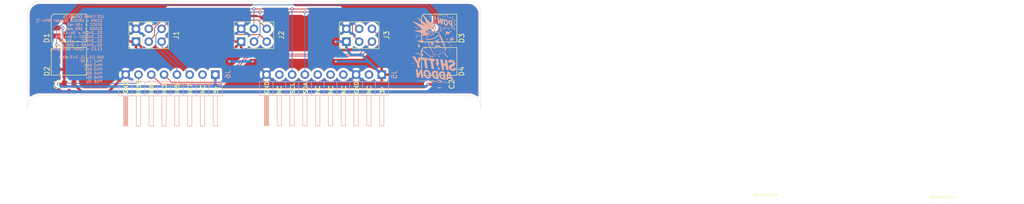
<source format=kicad_pcb>
(kicad_pcb (version 20241229) (generator "pcbnew") (generator_version "9.0")
  (layers (0 "F.Cu" signal) (2 "B.Cu" signal) (13 "F.Paste" user) (15 "B.Paste" user) (5 "F.SilkS" user "F.Silkscreen") (7 "B.SilkS" user "B.Silkscreen") (1 "F.Mask" user) (3 "B.Mask" user) (25 "Edge.Cuts" user))
  (net 0 "")
  (net 1 "+3.3V")
  (net 2 "GND")
  (net 3 "+5V")
  (net 4 "I2C2.SCL")
  (net 5 "I2C2.SDA")
  (net 15 "GPIO7")
  (net 16 "GPIO5")
  (net 17 "GPIO3")
  (net 18 "GPIO8")
  (net 24 "GPIO10")
  (net 26 "Net-(D1-DOUT)")
  (net 27 "Net-(D2-DOUT)")
  (net 28 "Net-(D3-DOUT)")
  (footprint "Connector_PinHeader_2.54mm:PinHeader_2x03_P2.54mm_Vertical" (layer "F.Cu") (at 103.31 144.455 90)
    (property "Reference" "J3" (at 1.275 7.98 90) (layer "F.SilkS"))
    (property "Value" "Conn_02x03")
    (pad "1" thru_hole rect (at 0 0 90) (size 1.7 1.7) (drill 1) (layers "*.Cu" "*.Mask") (net 1 "+3.3V"))
    (pad "2" thru_hole circle (at 2.54 0 90) (size 1.7 1.7) (drill 1) (layers "*.Cu" "*.Mask") (net 2 "GND"))
    (pad "3" thru_hole circle (at 0 2.54 90) (size 1.7 1.7) (drill 1) (layers "*.Cu" "*.Mask") (net 5 "I2C2.SDA"))
    (pad "4" thru_hole circle (at 2.54 2.54 90) (size 1.7 1.7) (drill 1) (layers "*.Cu" "*.Mask") (net 4 "I2C2.SCL"))
    (pad "5" thru_hole circle (at 0 5.08 90) (size 1.7 1.7) (drill 1) (layers "*.Cu" "*.Mask") (net 17 "GPIO3"))
    (pad "6" thru_hole circle (at 2.54 5.08 90) (size 1.7 1.7) (drill 1) (layers "*.Cu" "*.Mask") (net 18 "GPIO8"))
  )
  (footprint "JDJ_LOGO_LIB:JDJ_SMALL_2023_LOGO" (layer "F.Cu") (at 183.02559 175.7287)
    (property "Reference" "REF**" (hide yes))
    (property "Value" "JDJ_SMALL_2023_LOGO")
  )
  (footprint "Capacitor_SMD:C_0805_2012Metric" (layer "F.Cu") (at 48.32 152.88)
    (property "Reference" "C1" (at -2.45 0.05 90) (layer "F.SilkS"))
    (property "Value" "100nF")
    (pad "1" smd roundrect (at -0.95 0) (size 1 1.45) (layers "F.Cu" "F.Mask" "F.Paste") (net 3 "+5V"))
    (pad "2" smd roundrect (at 0.95 0) (size 1 1.45) (layers "F.Cu" "F.Mask" "F.Paste") (net 2 "GND"))
  )
  (footprint "Connector_PinHeader_2.54mm:PinHeader_2x03_P2.54mm_Vertical" (layer "F.Cu") (at 61.57 144.455 90)
    (property "Reference" "J1" (at 1.275 7.98 90) (layer "F.SilkS"))
    (property "Value" "Conn_02x03")
    (pad "1" thru_hole rect (at 0 0 90) (size 1.7 1.7) (drill 1) (layers "*.Cu" "*.Mask") (net 1 "+3.3V"))
    (pad "2" thru_hole circle (at 2.54 0 90) (size 1.7 1.7) (drill 1) (layers "*.Cu" "*.Mask") (net 2 "GND"))
    (pad "3" thru_hole circle (at 0 2.54 90) (size 1.7 1.7) (drill 1) (layers "*.Cu" "*.Mask") (net 5 "I2C2.SDA"))
    (pad "4" thru_hole circle (at 2.54 2.54 90) (size 1.7 1.7) (drill 1) (layers "*.Cu" "*.Mask") (net 4 "I2C2.SCL"))
    (pad "5" thru_hole circle (at 0 5.08 90) (size 1.7 1.7) (drill 1) (layers "*.Cu" "*.Mask") (net 15 "GPIO7"))
    (pad "6" thru_hole circle (at 2.54 5.08 90) (size 1.7 1.7) (drill 1) (layers "*.Cu" "*.Mask") (net 16 "GPIO5"))
  )
  (footprint "JDJ_LOGO_LIB:JDJELECTRONICS_ICON" (layer "F.Cu") (at 41.34015 139.61095)
    (property "Reference" "REF**" (hide yes))
    (property "Value" "JDJELECTRONICS_ICON")
  )
  (footprint "JDJ_LOGO_LIB:JDJELECTRONICS_2023_INVERTED_LOGO" (layer "F.Cu") (at 218.51225 175.94505)
    (property "Reference" "REF**" (hide yes))
    (property "Value" "JDJELECTRONICS_2023_INVERTED_LOGO")
  )
  (footprint "Logo_shitty:Shitty_addon_logo" (layer "F.Cu") (at 120.85 145.89)
    (property "Reference" "G***" (hide yes))
    (property "Value" "LOGO" (hide yes))
  )
  (footprint "Capacitor_SMD:C_0805_2012Metric" (layer "F.Cu") (at 121.73 152.88)
    (property "Reference" "C2" (at 2.49 0.06 270) (layer "F.SilkS"))
    (property "Value" "100nF")
    (pad "1" smd roundrect (at -0.95 0) (size 1 1.45) (layers "F.Cu" "F.Mask" "F.Paste") (net 3 "+5V"))
    (pad "2" smd roundrect (at 0.95 0) (size 1 1.45) (layers "F.Cu" "F.Mask" "F.Paste") (net 2 "GND"))
  )
  (footprint "Connector_PinHeader_2.54mm:PinHeader_1x10_P2.54mm_Horizontal" (layer "F.Cu") (at 98.9 155.21 -90)
    (property "Reference" "J5" (at -4.18 -13.92 90) (layer "B.SilkS") (effects (justify mirror)))
    (property "Value" "Conn_01x10_Pin")
    (pad "1" thru_hole rect (at -4.21 -11.43 270) (size 1.7 1.7) (drill 1) (layers "*.Cu" "*.Mask") (net 1 "+3.3V"))
    (pad "2" thru_hole circle (at -4.21 -8.89 270) (size 1.7 1.7) (drill 1) (layers "*.Cu" "*.Mask"))
    (pad "3" thru_hole circle (at -4.21 -6.35 270) (size 1.7 1.7) (drill 1) (layers "*.Cu" "*.Mask") (net 2 "GND"))
    (pad "4" thru_hole circle (at -4.21 -3.81 270) (size 1.7 1.7) (drill 1) (layers "*.Cu" "*.Mask"))
    (pad "5" thru_hole circle (at -4.21 -1.27 270) (size 1.7 1.7) (drill 1) (layers "*.Cu" "*.Mask"))
    (pad "6" thru_hole circle (at -4.21 1.27 270) (size 1.7 1.7) (drill 1) (layers "*.Cu" "*.Mask"))
    (pad "7" thru_hole circle (at -4.21 3.81 270) (size 1.7 1.7) (drill 1) (layers "*.Cu" "*.Mask") (net 5 "I2C2.SDA"))
    (pad "8" thru_hole circle (at -4.21 6.35 270) (size 1.7 1.7) (drill 1) (layers "*.Cu" "*.Mask") (net 4 "I2C2.SCL"))
    (pad "9" thru_hole circle (at -4.21 8.89 270) (size 1.7 1.7) (drill 1) (layers "*.Cu" "*.Mask"))
    (pad "10" thru_hole circle (at -4.21 11.43 270) (size 1.7 1.7) (drill 1) (layers "*.Cu" "*.Mask") (net 2 "GND"))
  )
  (footprint "Connector_PinHeader_2.54mm:PinHeader_1x08_P2.54mm_Horizontal" (layer "F.Cu") (at 68.42 155.21 -90)
    (property "Reference" "J6" (at -4.24 -11.38 90) (layer "B.SilkS") (effects (justify mirror)))
    (property "Value" "Conn_01x08_Pin")
    (pad "1" thru_hole rect (at -4.21 -8.89 270) (size 1.7 1.7) (drill 1) (layers "*.Cu" "*.Mask") (net 3 "+5V"))
    (pad "2" thru_hole circle (at -4.21 -6.35 270) (size 1.7 1.7) (drill 1) (layers "*.Cu" "*.Mask"))
    (pad "3" thru_hole circle (at -4.21 -3.81 270) (size 1.7 1.7) (drill 1) (layers "*.Cu" "*.Mask") (net 15 "GPIO7"))
    (pad "4" thru_hole circle (at -4.21 -1.27 270) (size 1.7 1.7) (drill 1) (layers "*.Cu" "*.Mask") (net 16 "GPIO5"))
    (pad "5" thru_hole circle (at -4.21 1.27 270) (size 1.7 1.7) (drill 1) (layers "*.Cu" "*.Mask") (net 17 "GPIO3"))
    (pad "6" thru_hole circle (at -4.21 3.81 270) (size 1.7 1.7) (drill 1) (layers "*.Cu" "*.Mask") (net 18 "GPIO8"))
    (pad "7" thru_hole circle (at -4.21 6.35 270) (size 1.7 1.7) (drill 1) (layers "*.Cu" "*.Mask") (net 24 "GPIO10"))
    (pad "8" thru_hole circle (at -4.21 8.89 270) (size 1.7 1.7) (drill 1) (layers "*.Cu" "*.Mask") (net 2 "GND"))
  )
  (footprint "LED_SMD:LED_WS2812_PLCC6_5.0x5.0mm_P1.6mm" (layer "F.Cu") (at 48.27 141.74)
    (property "Reference" "D1" (at -4.41 2 90) (layer "F.SilkS"))
    (property "Value" "WS2812")
    (pad "1" smd rect (at -2.45 -1.6) (size 1.5 1) (layers "F.Cu" "F.Mask" "F.Paste") (net 26 "Net-(D1-DOUT)"))
    (pad "2" smd rect (at -2.45 0) (size 1.5 1) (layers "F.Cu" "F.Mask" "F.Paste") (net 24 "GPIO10"))
    (pad "3" smd rect (at -2.45 1.6) (size 1.5 1) (layers "F.Cu" "F.Mask" "F.Paste") (net 3 "+5V"))
    (pad "4" smd rect (at 2.45 1.6) (size 1.5 1) (layers "F.Cu" "F.Mask" "F.Paste"))
    (pad "5" smd rect (at 2.45 0) (size 1.5 1) (layers "F.Cu" "F.Mask" "F.Paste"))
    (pad "6" smd rect (at 2.45 -1.6) (size 1.5 1) (layers "F.Cu" "F.Mask" "F.Paste") (net 2 "GND"))
  )
  (footprint "LED_SMD:LED_WS2812_PLCC6_5.0x5.0mm_P1.6mm" (layer "F.Cu") (at 48.27 148.36)
    (property "Reference" "D2" (at -4.35 1.99 270) (layer "F.SilkS"))
    (property "Value" "WS2812")
    (pad "1" smd rect (at -2.45 -1.6) (size 1.5 1) (layers "F.Cu" "F.Mask" "F.Paste") (net 27 "Net-(D2-DOUT)"))
    (pad "2" smd rect (at -2.45 0) (size 1.5 1) (layers "F.Cu" "F.Mask" "F.Paste") (net 26 "Net-(D1-DOUT)"))
    (pad "3" smd rect (at -2.45 1.6) (size 1.5 1) (layers "F.Cu" "F.Mask" "F.Paste") (net 3 "+5V"))
    (pad "4" smd rect (at 2.45 1.6) (size 1.5 1) (layers "F.Cu" "F.Mask" "F.Paste"))
    (pad "5" smd rect (at 2.45 0) (size 1.5 1) (layers "F.Cu" "F.Mask" "F.Paste"))
    (pad "6" smd rect (at 2.45 -1.6) (size 1.5 1) (layers "F.Cu" "F.Mask" "F.Paste") (net 2 "GND"))
  )
  (footprint "LED_SMD:LED_WS2812_PLCC6_5.0x5.0mm_P1.6mm" (layer "F.Cu") (at 121.73 148.38)
    (property "Reference" "D4" (at 4.43 1.98 90) (layer "F.SilkS"))
    (property "Value" "WS2812")
    (pad "1" smd rect (at -2.45 -1.6) (size 1.5 1) (layers "F.Cu" "F.Mask" "F.Paste"))
    (pad "2" smd rect (at -2.45 0) (size 1.5 1) (layers "F.Cu" "F.Mask" "F.Paste") (net 28 "Net-(D3-DOUT)"))
    (pad "3" smd rect (at -2.45 1.6) (size 1.5 1) (layers "F.Cu" "F.Mask" "F.Paste") (net 3 "+5V"))
    (pad "4" smd rect (at 2.45 1.6) (size 1.5 1) (layers "F.Cu" "F.Mask" "F.Paste"))
    (pad "5" smd rect (at 2.45 0) (size 1.5 1) (layers "F.Cu" "F.Mask" "F.Paste"))
    (pad "6" smd rect (at 2.45 -1.6) (size 1.5 1) (layers "F.Cu" "F.Mask" "F.Paste") (net 2 "GND"))
  )
  (footprint "Connector_PinHeader_2.54mm:PinHeader_2x03_P2.54mm_Vertical" (layer "F.Cu") (at 82.44 144.455 90)
    (property "Reference" "J2" (at 1.275 7.98 90) (layer "F.SilkS"))
    (property "Value" "Conn_02x03")
    (pad "1" thru_hole rect (at 0 0 90) (size 1.7 1.7) (drill 1) (layers "*.Cu" "*.Mask") (net 1 "+3.3V"))
    (pad "2" thru_hole circle (at 2.54 0 90) (size 1.7 1.7) (drill 1) (layers "*.Cu" "*.Mask") (net 2 "GND"))
    (pad "3" thru_hole circle (at 0 2.54 90) (size 1.7 1.7) (drill 1) (layers "*.Cu" "*.Mask") (net 5 "I2C2.SDA"))
    (pad "4" thru_hole circle (at 2.54 2.54 90) (size 1.7 1.7) (drill 1) (layers "*.Cu" "*.Mask") (net 4 "I2C2.SCL"))
    (pad "5" thru_hole circle (at 0 5.08 90) (size 1.7 1.7) (drill 1) (layers "*.Cu" "*.Mask") (net 15 "GPIO7"))
    (pad "6" thru_hole circle (at 2.54 5.08 90) (size 1.7 1.7) (drill 1) (layers "*.Cu" "*.Mask") (net 16 "GPIO5"))
  )
  (footprint "LED_SMD:LED_WS2812_PLCC6_5.0x5.0mm_P1.6mm" (layer "F.Cu") (at 121.73 141.76)
    (property "Reference" "D3" (at 4.46 2.02 270) (layer "F.SilkS"))
    (property "Value" "WS2812")
    (pad "1" smd rect (at -2.45 -1.6) (size 1.5 1) (layers "F.Cu" "F.Mask" "F.Paste") (net 28 "Net-(D3-DOUT)"))
    (pad "2" smd rect (at -2.45 0) (size 1.5 1) (layers "F.Cu" "F.Mask" "F.Paste") (net 27 "Net-(D2-DOUT)"))
    (pad "3" smd rect (at -2.45 1.6) (size 1.5 1) (layers "F.Cu" "F.Mask" "F.Paste") (net 3 "+5V"))
    (pad "4" smd rect (at 2.45 1.6) (size 1.5 1) (layers "F.Cu" "F.Mask" "F.Paste"))
    (pad "5" smd rect (at 2.45 0) (size 1.5 1) (layers "F.Cu" "F.Mask" "F.Paste"))
    (pad "6" smd rect (at 2.45 -1.6) (size 1.5 1) (layers "F.Cu" "F.Mask" "F.Paste") (net 2 "GND"))
  )
  (gr_line (start 40 157.71) (end 40 138.98) (stroke (width 0.05)) (layer "Edge.Cuts"))
  (gr_arc (start 127.5 155.21) (mid 129.267767 155.942233) (end 130 157.71) (stroke (width 0.05)) (layer "Edge.Cuts"))
  (gr_arc (start 40 138.98) (mid 40.732365 137.213026) (end 42.499991 136.482234) (stroke (width 0.05)) (layer "Edge.Cuts"))
  (gr_line (start 42.5 155.21) (end 127.5 155.21) (stroke (width 0.05)) (layer "Edge.Cuts"))
  (gr_arc (start 127.493812 136.48) (mid 129.265955 137.214045) (end 130 138.986188) (stroke (width 0.05)) (layer "Edge.Cuts"))
  (gr_line (start 42.499991 136.482201) (end 127.4938 136.482201) (stroke (width 0.05)) (layer "Edge.Cuts"))
  (gr_arc (start 40 157.71) (mid 40.732233 155.942233) (end 42.5 155.21) (stroke (width 0.05)) (layer "Edge.Cuts"))
  (gr_line (start 129.999999 138.986188) (end 129.999999 157.71) (stroke (width 0.05)) (layer "Edge.Cuts"))
  (gr_text "JLCJLCJLCJLC" (at 42.16 151.78 90) (layer "F.Cu") (effects (font (size 1 1) (thickness 0.2) (bold yes)) (justify left bottom)))
  (gr_text "3v" (at 110.9 154.91 90) (layer "F.SilkS") (effects (font (size 0.8 0.8) (thickness 0.16) (bold yes)) (justify left bottom)))
  (gr_text "NC" (at 98.1 154.91 90) (layer "F.SilkS") (effects (font (size 0.8 0.8) (thickness 0.16) (bold yes)) (justify left bottom)))
  (gr_text "GND" (at 105.8 154.91 90) (layer "F.SilkS") (effects (font (size 0.8 0.8) (thickness 0.16) (bold yes)) (justify left bottom)))
  (gr_text "IO10" (at 62.58 154.94 90) (layer "F.SilkS") (effects (font (size 0.8 0.8) (thickness 0.16) (bold yes)) (justify left bottom)))
  (gr_text "5v" (at 77.9 154.81 90) (layer "F.SilkS") (effects (font (size 0.8 0.8) (thickness 0.16) (bold yes)) (justify left bottom)))
  (gr_text "IO7" (at 72.8 154.91 90) (layer "F.SilkS") (effects (font (size 0.8 0.8) (thickness 0.16) (bold yes)) (justify left bottom)))
  (gr_text "NC" (at 108.3 154.91 90) (layer "F.SilkS") (effects (font (size 0.8 0.8) (thickness 0.16) (bold yes)) (justify left bottom)))
  (gr_text "PS2/VGA P4 0725 R1" (at 183.95 175.04 0) (layer "F.SilkS") (effects (font (size 0.3 0.3) (thickness 0.06) (bold yes)) (justify left bottom)))
  (gr_text "SCL\n" (at 93.1 154.91 90) (layer "F.SilkS") (effects (font (size 0.8 0.8) (thickness 0.16) (bold yes)) (justify left bottom)))
  (gr_text "SDA" (at 95.7 154.91 90) (layer "F.SilkS") (effects (font (size 0.8 0.8) (thickness 0.16) (bold yes)) (justify left bottom)))
  (gr_text "NC" (at 75.3 154.81 90) (layer "F.SilkS") (effects (font (size 0.8 0.8) (thickness 0.16) (bold yes)) (justify left bottom)))
  (gr_text "PS2/VGA P4 0725 R1" (at 219.13 175.52 0) (layer "F.SilkS") (effects (font (size 0.3 0.3) (thickness 0.06) (bold yes)) (justify left bottom)))
  (gr_text "NC" (at 90.5 154.91 90) (layer "F.SilkS") (effects (font (size 0.8 0.8) (thickness 0.16) (bold yes)) (justify left bottom)))
  (gr_text "GND" (at 88 154.91 90) (layer "F.SilkS") (effects (font (size 0.8 0.8) (thickness 0.16) (bold yes)) (justify left bottom)))
  (gr_text "NC" (at 100.7 154.91 90) (layer "F.SilkS") (effects (font (size 0.8 0.8) (thickness 0.16) (bold yes)) (justify left bottom)))
  (gr_text "IO5" (at 70.2 154.91 90) (layer "F.SilkS") (effects (font (size 0.8 0.8) (thickness 0.16) (bold yes)) (justify left bottom)))
  (gr_text "IO8" (at 65.1 154.91 90) (layer "F.SilkS") (effects (font (size 0.8 0.8) (thickness 0.16) (bold yes)) (justify left bottom)))
  (gr_text "IO3" (at 67.7 154.91 90) (layer "F.SilkS") (effects (font (size 0.8 0.8) (thickness 0.16) (bold yes)) (justify left bottom)))
  (gr_text "NC" (at 103.3 154.91 90) (layer "F.SilkS") (effects (font (size 0.8 0.8) (thickness 0.16) (bold yes)) (justify left bottom)))
  (gr_text "GND" (at 60 154.91 90) (layer "F.SilkS") (effects (font (size 0.8 0.8) (thickness 0.16) (bold yes)) (justify left bottom)))
  (gr_text "LED CHAIN (WS2812):  \n D1 DIN ← GPIO10 (Header 8Pin-7 )  \n D1 VCC → +5 V rail  \n D1 GND → GND plane  \n D2…D4 DIN ← Dn-1 DOUT  \n D2…D4 DOUT → Dn+1 DIN  \n D2…D4 VCC → +5 V rail  \n D2…D4 GND → GND plane  \n C1, C2 = 100 nF decoupling\n\nSAO (J1…J3, 2×3 pin):  \n Pin 1 +3.3 V  \n Pin 2 GND  \n Pin 3 SCA  \n Pin 4 SDL   \n Pin 5 IOx  \n Pin 6 IOy  \n" (at 55.33 152.65 0) (layer "B.SilkS") (effects (font (size 0.5 0.5) (thickness 0.1) (bold yes)) (justify left bottom mirror)))
  (segment (start 80.11 146.785) (end 82.44 144.455) (width 0.5) (layer "F.Cu") (net 1))
  (segment (start 65.505 148.39) (end 61.57 144.455) (width 0.5) (layer "F.Cu") (net 1))
  (segment (start 80.11 148.39) (end 65.505 148.39) (width 0.5) (layer "F.Cu") (net 1))
  (segment (start 80.11 148.39) (end 80.11 146.785) (width 0.5) (layer "F.Cu") (net 1))
  (segment (start 84.74 148.43) (end 84.73 148.44) (width 0.2) (layer "F.Cu") (net 1))
  (segment (start 84.74 148.39) (end 101.24 148.39) (width 0.5) (layer "F.Cu") (net 1))
  (via (at 84.74 148.39) (size 0.6) (drill 0.3) (layers "F.Cu" "B.Cu") (net 1))
  (via (at 101.24 148.39) (size 0.6) (drill 0.3) (layers "F.Cu" "B.Cu") (net 1))
  (via (at 101.19 144.48) (size 0.6) (drill 0.3) (layers "F.Cu" "B.Cu") (net 1))
  (via (at 80.11 148.39) (size 0.6) (drill 0.3) (layers "F.Cu" "B.Cu") (net 1))
  (segment (start 110.33 151) (end 107.72 148.39) (width 0.5) (layer "B.Cu") (net 1))
  (segment (start 80.11 148.39) (end 84.74 148.39) (width 0.5) (layer "B.Cu") (net 1))
  (segment (start 101.215 144.455) (end 101.19 144.48) (width 0.5) (layer "B.Cu") (net 1))
  (segment (start 104.29 147.08) (end 103.31 146.1) (width 0.5) (layer "B.Cu") (net 1))
  (segment (start 106.42 147.09) (end 104.29 147.09) (width 0.5) (layer "B.Cu") (net 1))
  (segment (start 107.72 148.39) (end 101.24 148.39) (width 0.5) (layer "B.Cu") (net 1))
  (segment (start 104.29 147.09) (end 104.29 147.08) (width 0.5) (layer "B.Cu") (net 1))
  (segment (start 103.31 144.455) (end 101.215 144.455) (width 0.5) (layer "B.Cu") (net 1))
  (segment (start 103.31 146.1) (end 103.31 144.455) (width 0.5) (layer "B.Cu") (net 1))
  (segment (start 110.33 151) (end 106.42 147.09) (width 0.5) (layer "B.Cu") (net 1))
  (segment (start 49.49 146.76) (end 49.27 146.54) (width 0.5) (layer "F.Cu") (net 2))
  (segment (start 49.27 152.88) (end 49.27 146.99) (width 0.5) (layer "F.Cu") (net 2))
  (segment (start 50.849 154.459) (end 56.2 154.459) (width 0.5) (layer "F.Cu") (net 2))
  (segment (start 122.68 153.649) (end 122.68 152.88) (width 0.5) (layer "F.Cu") (net 2))
  (segment (start 56.2 154.459) (end 56.2 154.33) (width 0.5) (layer "F.Cu") (net 2))
  (segment (start 49.49 146.76) (end 49.27 146.98) (width 0.5) (layer "F.Cu") (net 2))
  (segment (start 49.27 140.34) (end 49.47 140.14) (width 0.5) (layer "F.Cu") (net 2))
  (segment (start 121.87 154.459) (end 122.68 153.649) (width 0.5) (layer "F.Cu") (net 2))
  (segment (start 49.27 146.98) (end 49.27 146.99) (width 0.5) (layer "F.Cu") (net 2))
  (segment (start 122.93 140.16) (end 124.18 140.16) (width 0.5) (layer "F.Cu") (net 2))
  (segment (start 49.47 140.14) (end 50.72 140.14) (width 0.5) (layer "F.Cu") (net 2))
  (segment (start 49.27 146.54) (end 49.27 140.34) (width 0.5) (layer "F.Cu") (net 2))
  (segment (start 122.68 147.09) (end 122.68 146.48) (width 0.5) (layer "F.Cu") (net 2))
  (segment (start 122.68 152.88) (end 122.68 147.09) (width 0.5) (layer "F.Cu") (net 2))
  (segment (start 122.68 146.48) (end 122.68 140.41) (width 0.5) (layer "F.Cu") (net 2))
  (segment (start 122.68 140.41) (end 122.93 140.16) (width 0.5) (layer "F.Cu") (net 2))
  (segment (start 49.27 152.88) (end 50.849 154.459) (width 0.5) (layer "F.Cu") (net 2))
  (segment (start 122.98 146.78) (end 122.68 147.08) (width 0.5) (layer "F.Cu") (net 2))
  (segment (start 122.68 147.08) (end 122.68 147.09) (width 0.5) (layer "F.Cu") (net 2))
  (segment (start 56.2 154.33) (end 59.53 151) (width 0.5) (layer "F.Cu") (net 2))
  (segment (start 56.2 154.459) (end 121.87 154.459) (width 0.5) (layer "F.Cu") (net 2))
  (segment (start 122.98 146.78) (end 122.68 146.48) (width 0.5) (layer "F.Cu") (net 2))
  (segment (start 50.72 146.76) (end 49.49 146.76) (width 0.5) (layer "F.Cu") (net 2))
  (segment (start 49.27 146.99) (end 49.27 146.54) (width 0.5) (layer "F.Cu") (net 2))
  (segment (start 124.18 146.78) (end 122.98 146.78) (width 0.5) (layer "F.Cu") (net 2))
  (segment (start 47.06 149.96) (end 47.37 149.65) (width 0.5) (layer "F.Cu") (net 3))
  (segment (start 119.5 152.95) (end 120.71 152.95) (width 0.5) (layer "F.Cu") (net 3))
  (segment (start 119.28 149.98) (end 120.52 149.98) (width 0.5) (layer "F.Cu") (net 3))
  (segment (start 120.78 144.86) (end 119.28 143.36) (width 0.5) (layer "F.Cu") (net 3))
  (segment (start 120.52 149.98) (end 120.78 149.72) (width 0.5) (layer "F.Cu") (net 3))
  (segment (start 120.78 149.72) (end 120.78 144.86) (width 0.5) (layer "F.Cu") (net 3))
  (segment (start 120.71 152.95) (end 120.78 152.88) (width 0.5) (layer "F.Cu") (net 3))
  (segment (start 45.82 149.96) (end 47.06 149.96) (width 0.5) (layer "F.Cu") (net 3))
  (segment (start 47.37 144.89) (end 45.82 143.34) (width 0.5) (layer "F.Cu") (net 3))
  (segment (start 47.37 150.27) (end 47.37 149.65) (width 0.5) (layer "F.Cu") (net 3))
  (segment (start 120.78 150.24) (end 120.78 149.72) (width 0.5) (layer "F.Cu") (net 3))
  (segment (start 119.28 143.36) (end 118.79 143.36) (width 0.5) (layer "F.Cu") (net 3))
  (segment (start 47.37 152.88) (end 47.37 150.27) (width 0.5) (layer "F.Cu") (net 3))
  (segment (start 47.37 152.88) (end 46.23 152.88) (width 0.5) (layer "F.Cu") (net 3))
  (segment (start 47.06 149.96) (end 47.37 150.27) (width 0.5) (layer "F.Cu") (net 3))
  (segment (start 120.52 149.98) (end 120.78 150.24) (width 0.5) (layer "F.Cu") (net 3))
  (segment (start 47.37 149.65) (end 47.37 144.89) (width 0.5) (layer "F.Cu") (net 3))
  (segment (start 120.78 152.88) (end 120.78 150.24) (width 0.5) (layer "F.Cu") (net 3))
  (via (at 119.5 152.95) (size 0.6) (drill 0.3) (layers "F.Cu" "B.Cu") (net 3))
  (via (at 46.23 152.88) (size 0.6) (drill 0.3) (layers "F.Cu" "B.Cu") (net 3))
  (segment (start 46.7 153.35) (end 59.46 153.35) (width 0.5) (layer "B.Cu") (net 3))
  (segment (start 77.6 153.35) (end 119.1 153.35) (width 0.5) (layer "B.Cu") (net 3))
  (segment (start 46.23 152.88) (end 46.7 153.35) (width 0.5) (layer "B.Cu") (net 3))
  (segment (start 77.31 151) (end 77.31 153.05) (width 0.5) (layer "B.Cu") (net 3))
  (segment (start 77.31 153.05) (end 77.6 153.34) (width 0.5) (layer "B.Cu") (net 3))
  (segment (start 59.46 153.35) (end 77.01 153.35) (width 0.5) (layer "B.Cu") (net 3))
  (segment (start 77.31 153.05) (end 77.01 153.35) (width 0.5) (layer "B.Cu") (net 3))
  (segment (start 119.1 153.35) (end 119.5 152.95) (width 0.5) (layer "B.Cu") (net 3))
  (segment (start 77.6 153.34) (end 77.6 153.35) (width 0.5) (layer "B.Cu") (net 3))
  (segment (start 77.01 153.35) (end 77.6 153.35) (width 0.5) (layer "B.Cu") (net 3))
  (segment (start 101.925 137.99) (end 105.85 141.915) (width 0.15) (layer "F.Cu") (net 4))
  (segment (start 64.11 141.915) (end 68.035 137.99) (width 0.15) (layer "F.Cu") (net 4))
  (segment (start 68.035 137.99) (end 84.98 137.99) (width 0.15) (layer "F.Cu") (net 4))
  (segment (start 84.98 137.99) (end 101.925 137.99) (width 0.15) (layer "F.Cu") (net 4))
  (via (at 92.55 137.995) (size 0.6) (drill 0.3) (layers "F.Cu" "B.Cu") (net 4))
  (via (at 84.98 137.99) (size 0.6) (drill 0.3) (layers "F.Cu" "B.Cu") (net 4))
  (segment (start 84.98 141.915) (end 84.98 137.99) (width 0.15) (layer "B.Cu") (net 4))
  (segment (start 92.55 151) (end 92.55 137.995) (width 0.15) (layer "B.Cu") (net 4))
  (segment (start 65.236 141.736595) (end 68.402595 138.57) (width 0.15) (layer "F.Cu") (net 5))
  (segment (start 86.17 138.57) (end 95.09 138.57) (width 0.15) (layer "F.Cu") (net 5))
  (segment (start 64.11 144.455) (end 65.236 143.329) (width 0.15) (layer "F.Cu") (net 5))
  (segment (start 68.402595 138.57) (end 86.17 138.57) (width 0.15) (layer "F.Cu") (net 5))
  (segment (start 101.83 138.57) (end 104.52 141.26) (width 0.15) (layer "F.Cu") (net 5))
  (segment (start 104.52 143.125) (end 105.85 144.455) (width 0.15) (layer "F.Cu") (net 5))
  (segment (start 95.09 138.57) (end 101.83 138.57) (width 0.15) (layer "F.Cu") (net 5))
  (segment (start 104.52 141.26) (end 104.52 143.125) (width 0.15) (layer "F.Cu") (net 5))
  (segment (start 65.236 143.329) (end 65.236 141.736595) (width 0.15) (layer "F.Cu") (net 5))
  (via (at 86.17 138.57) (size 0.6) (drill 0.3) (layers "F.Cu" "B.Cu") (net 5))
  (via (at 95.09 138.57) (size 0.6) (drill 0.3) (layers "F.Cu" "B.Cu") (net 5))
  (segment (start 86.17 143.265) (end 86.17 138.57) (width 0.15) (layer "B.Cu") (net 5))
  (segment (start 84.98 144.455) (end 86.17 143.265) (width 0.15) (layer "B.Cu") (net 5))
  (segment (start 95.09 151) (end 95.09 138.57) (width 0.15) (layer "B.Cu") (net 5))
  (segment (start 86.106 143.041) (end 87.52 144.455) (width 0.15) (layer "F.Cu") (net 15))
  (segment (start 68.064 143.041) (end 86.106 143.041) (width 0.15) (layer "F.Cu") (net 15))
  (segment (start 66.65 144.455) (end 68.064 143.041) (width 0.15) (layer "F.Cu") (net 15))
  (segment (start 72.23 151) (end 66.65 145.42) (width 0.15) (layer "B.Cu") (net 15))
  (segment (start 66.65 145.42) (end 66.65 144.455) (width 0.15) (layer "B.Cu") (net 15))
  (segment (start 85.785 140.18) (end 87.52 141.915) (width 0.15) (layer "F.Cu") (net 16))
  (segment (start 66.65 141.915) (end 68.385 140.18) (width 0.15) (layer "F.Cu") (net 16))
  (segment (start 68.385 140.18) (end 85.785 140.18) (width 0.15) (layer "F.Cu") (net 16))
  (segment (start 65.524 143.041) (end 66.65 141.915) (width 0.15) (layer "B.Cu") (net 16))
  (segment (start 69.69 151) (end 69.69 149.55) (width 0.15) (layer "B.Cu") (net 16))
  (segment (start 65.524 145.384) (end 65.524 143.041) (width 0.15) (layer "B.Cu") (net 16))
  (segment (start 69.69 149.55) (end 65.524 145.384) (width 0.15) (layer "B.Cu") (net 16))
  (segment (start 108.39 144.455) (end 105.89 146.955) (width 0.15) (layer "F.Cu") (net 17))
  (segment (start 68.719 152.569) (end 67.15 151) (width 0.15) (layer "F.Cu") (net 17))
  (segment (start 83.855 146.955) (end 78.241 152.569) (width 0.15) (layer "F.Cu") (net 17))
  (segment (start 104.57 146.955) (end 83.855 146.955) (width 0.15) (layer "F.Cu") (net 17))
  (segment (start 78.241 152.569) (end 68.719 152.569) (width 0.15) (layer "F.Cu") (net 17))
  (segment (start 105.89 146.955) (end 104.57 146.955) (width 0.15) (layer "F.Cu") (net 17))
  (segment (start 66.53 152.92) (end 78.386389 152.92) (width 0.15) (layer "F.Cu") (net 18))
  (segment (start 107.43 146.15) (end 108.59 146.15) (width 0.15) (layer "F.Cu") (net 18))
  (segment (start 109.69 143.215) (end 108.39 141.915) (width 0.15) (layer "F.Cu") (net 18))
  (segment (start 78.386389 152.92) (end 84.000388 147.306) (width 0.15) (layer "F.Cu") (net 18))
  (segment (start 108.59 146.15) (end 109.69 145.05) (width 0.15) (layer "F.Cu") (net 18))
  (segment (start 106.274 147.306) (end 107.43 146.15) (width 0.15) (layer "F.Cu") (net 18))
  (segment (start 84.000388 147.306) (end 106.274 147.306) (width 0.15) (layer "F.Cu") (net 18))
  (segment (start 109.69 145.05) (end 109.69 143.215) (width 0.15) (layer "F.Cu") (net 18))
  (segment (start 64.61 151) (end 66.53 152.92) (width 0.15) (layer "F.Cu") (net 18))
  (segment (start 45.83 141.73) (end 45.82 141.74) (width 0.15) (layer "F.Cu") (net 24))
  (segment (start 47.05 141.73) (end 45.83 141.73) (width 0.15) (layer "F.Cu") (net 24))
  (via (at 47.05 141.73) (size 0.6) (drill 0.3) (layers "F.Cu" "B.Cu") (net 24))
  (segment (start 62.07 152.36) (end 61.69 152.74) (width 0.15) (layer "B.Cu") (net 24))
  (segment (start 62.07 151) (end 62.07 152.36) (width 0.15) (layer "B.Cu") (net 24))
  (segment (start 47.05 151.63) (end 47.05 141.73) (width 0.15) (layer "B.Cu") (net 24))
  (segment (start 48.16 152.74) (end 47.05 151.63) (width 0.15) (layer "B.Cu") (net 24))
  (segment (start 61.69 152.74) (end 48.16 152.74) (width 0.15) (layer "B.Cu") (net 24))
  (segment (start 45.82 140.14) (end 45.57 140.14) (width 0.15) (layer "F.Cu") (net 26))
  (segment (start 44.39 141.32) (end 44.39 147.87) (width 0.15) (layer "F.Cu") (net 26))
  (segment (start 44.39 147.87) (end 44.88 148.36) (width 0.15) (layer "F.Cu") (net 26))
  (segment (start 45.57 140.14) (end 44.39 141.32) (width 0.15) (layer "F.Cu") (net 26))
  (segment (start 44.88 148.36) (end 45.82 148.36) (width 0.15) (layer "F.Cu") (net 26))
  (segment (start 45.82 146.76) (end 45.82 145.07) (width 0.15) (layer "F.Cu") (net 27))
  (segment (start 120.73 141.77) (end 118.8 141.77) (width 0.15) (layer "F.Cu") (net 27))
  (segment (start 120.8 141.7) (end 120.73 141.77) (width 0.15) (layer "F.Cu") (net 27))
  (segment (start 45.82 145.07) (end 45.81 145.06) (width 0.15) (layer "F.Cu") (net 27))
  (segment (start 118.8 141.77) (end 118.79 141.76) (width 0.15) (layer "F.Cu") (net 27))
  (via (at 45.81 145.06) (size 0.6) (drill 0.3) (layers "F.Cu" "B.Cu") (net 27))
  (via (at 120.8 141.7) (size 0.6) (drill 0.3) (layers "F.Cu" "B.Cu") (net 27))
  (segment (start 119.26 137.16) (end 50.805412 137.16) (width 0.15) (layer "B.Cu") (net 27))
  (segment (start 120.8 138.7) (end 119.26 137.16) (width 0.15) (layer "B.Cu") (net 27))
  (segment (start 50.805412 137.16) (end 45.81 142.155412) (width 0.15) (layer "B.Cu") (net 27))
  (segment (start 45.81 142.155412) (end 45.81 145.06) (width 0.15) (layer "B.Cu") (net 27))
  (segment (start 120.8 141.7) (end 120.8 138.7) (width 0.15) (layer "B.Cu") (net 27))
  (segment (start 118.54 140.16) (end 117.3 141.4) (width 0.15) (layer "F.Cu") (net 28))
  (segment (start 118.32 148.38) (end 118.79 148.38) (width 0.15) (layer "F.Cu") (net 28))
  (segment (start 117.3 147.36) (end 118.32 148.38) (width 0.15) (layer "F.Cu") (net 28))
  (segment (start 117.3 141.4) (end 117.3 147.36) (width 0.15) (layer "F.Cu") (net 28))
  (segment (start 118.79 140.16) (end 118.54 140.16) (width 0.15) (layer "F.Cu") (net 28))
  (zone (net 1) (net_name "+3.3V") (layer "F.Cu") (connect_pads (clearance 0.5)) (min_thickness 0.25) (fill yes (thermal_gap 0.5) (thermal_bridge_width 0.5))
    (polygon (pts (xy 39.98 157.78) (xy 39.98 136.21) (xy 39.99 136.2) (xy 131.37 136.2) (xy 131.37 157.78)))
  )
  (zone (net 2) (net_name "GND") (layer "B.Cu") (connect_pads (clearance 0.5)) (min_thickness 0.25) (fill yes (thermal_gap 0.5) (thermal_bridge_width 0.5))
    (polygon (pts (xy 40 157.78) (xy 40 136.21) (xy 40.01 136.2) (xy 131.39 136.2) (xy 131.39 157.78)))
  )
)
</source>
